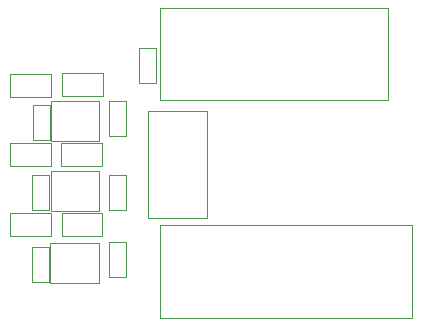
<source format=gbr>
G04 #@! TF.GenerationSoftware,KiCad,Pcbnew,9.0.0*
G04 #@! TF.CreationDate,2025-09-01T10:59:56+03:00*
G04 #@! TF.ProjectId,OV24-RV_V1.0,4f563234-2d52-4565-9f56-312e302e6b69,rev?*
G04 #@! TF.SameCoordinates,Original*
G04 #@! TF.FileFunction,Other,User*
%FSLAX46Y46*%
G04 Gerber Fmt 4.6, Leading zero omitted, Abs format (unit mm)*
G04 Created by KiCad (PCBNEW 9.0.0) date 2025-09-01 10:59:56*
%MOMM*%
%LPD*%
G01*
G04 APERTURE LIST*
%ADD10C,0.100000*%
%ADD11C,0.050000*%
G04 APERTURE END LIST*
D10*
X88443750Y-86266250D02*
X67143750Y-86266250D01*
X88443750Y-78442250D02*
X88443750Y-86266250D01*
X67143750Y-86266250D02*
X67143750Y-78442250D01*
X67143750Y-78442250D02*
X88443750Y-78442250D01*
X67153750Y-60049250D02*
X86453750Y-60049250D01*
X67153750Y-67873250D02*
X67153750Y-60049250D01*
X86453750Y-60049250D02*
X86453750Y-67873250D01*
X86453750Y-67873250D02*
X67153750Y-67873250D01*
D11*
X62783750Y-70896250D02*
X62783750Y-67936250D01*
X64243750Y-70896250D02*
X62783750Y-70896250D01*
X62783750Y-67936250D02*
X64243750Y-67936250D01*
X64243750Y-67936250D02*
X64243750Y-70896250D01*
X62783750Y-77146250D02*
X62783750Y-74186250D01*
X64243750Y-77146250D02*
X62783750Y-77146250D01*
X62783750Y-74186250D02*
X64243750Y-74186250D01*
X64243750Y-74186250D02*
X64243750Y-77146250D01*
X57873750Y-77251250D02*
X61973750Y-77251250D01*
X61973750Y-77251250D02*
X61973750Y-73851250D01*
X57873750Y-73851250D02*
X57873750Y-77251250D01*
X61973750Y-73851250D02*
X57873750Y-73851250D01*
X54453750Y-79381250D02*
X54453750Y-77421250D01*
X57853750Y-79381250D02*
X54453750Y-79381250D01*
X54453750Y-77421250D02*
X57853750Y-77421250D01*
X57853750Y-77421250D02*
X57853750Y-79381250D01*
X57823750Y-83361250D02*
X61923750Y-83361250D01*
X61923750Y-83361250D02*
X61923750Y-79961250D01*
X57823750Y-79961250D02*
X57823750Y-83361250D01*
X61923750Y-79961250D02*
X57823750Y-79961250D01*
X54442500Y-73426250D02*
X54442500Y-71466250D01*
X57842500Y-73426250D02*
X54442500Y-73426250D01*
X54442500Y-71466250D02*
X57842500Y-71466250D01*
X57842500Y-71466250D02*
X57842500Y-73426250D01*
X58853750Y-67521250D02*
X58853750Y-65561250D01*
X62253750Y-67521250D02*
X58853750Y-67521250D01*
X58853750Y-65561250D02*
X62253750Y-65561250D01*
X62253750Y-65561250D02*
X62253750Y-67521250D01*
X66083750Y-77801250D02*
X71083750Y-77801250D01*
X71083750Y-77801250D02*
X71083750Y-68801250D01*
X66083750Y-68801250D02*
X66083750Y-77801250D01*
X71083750Y-68801250D02*
X66083750Y-68801250D01*
X57860000Y-71286250D02*
X61960000Y-71286250D01*
X61960000Y-71286250D02*
X61960000Y-67886250D01*
X57860000Y-67886250D02*
X57860000Y-71286250D01*
X61960000Y-67886250D02*
X57860000Y-67886250D01*
X58762500Y-73426250D02*
X58762500Y-71466250D01*
X62162500Y-73426250D02*
X58762500Y-73426250D01*
X58762500Y-71466250D02*
X62162500Y-71466250D01*
X62162500Y-71466250D02*
X62162500Y-73426250D01*
X65323750Y-66371250D02*
X65323750Y-63411250D01*
X66783750Y-66371250D02*
X65323750Y-66371250D01*
X65323750Y-63411250D02*
X66783750Y-63411250D01*
X66783750Y-63411250D02*
X66783750Y-66371250D01*
X56283750Y-77151250D02*
X56283750Y-74191250D01*
X57743750Y-77151250D02*
X56283750Y-77151250D01*
X56283750Y-74191250D02*
X57743750Y-74191250D01*
X57743750Y-74191250D02*
X57743750Y-77151250D01*
X56327500Y-71186250D02*
X56327500Y-68226250D01*
X57787500Y-71186250D02*
X56327500Y-71186250D01*
X56327500Y-68226250D02*
X57787500Y-68226250D01*
X57787500Y-68226250D02*
X57787500Y-71186250D01*
X64213750Y-79903750D02*
X64213750Y-82863750D01*
X62753750Y-79903750D02*
X64213750Y-79903750D01*
X64213750Y-82863750D02*
X62753750Y-82863750D01*
X62753750Y-82863750D02*
X62753750Y-79903750D01*
X56273750Y-83271250D02*
X56273750Y-80311250D01*
X57733750Y-83271250D02*
X56273750Y-83271250D01*
X56273750Y-80311250D02*
X57733750Y-80311250D01*
X57733750Y-80311250D02*
X57733750Y-83271250D01*
X58793750Y-79391250D02*
X58793750Y-77431250D01*
X62193750Y-79391250D02*
X58793750Y-79391250D01*
X58793750Y-77431250D02*
X62193750Y-77431250D01*
X62193750Y-77431250D02*
X62193750Y-79391250D01*
X54453750Y-67581250D02*
X54453750Y-65621250D01*
X57853750Y-67581250D02*
X54453750Y-67581250D01*
X54453750Y-65621250D02*
X57853750Y-65621250D01*
X57853750Y-65621250D02*
X57853750Y-67581250D01*
M02*

</source>
